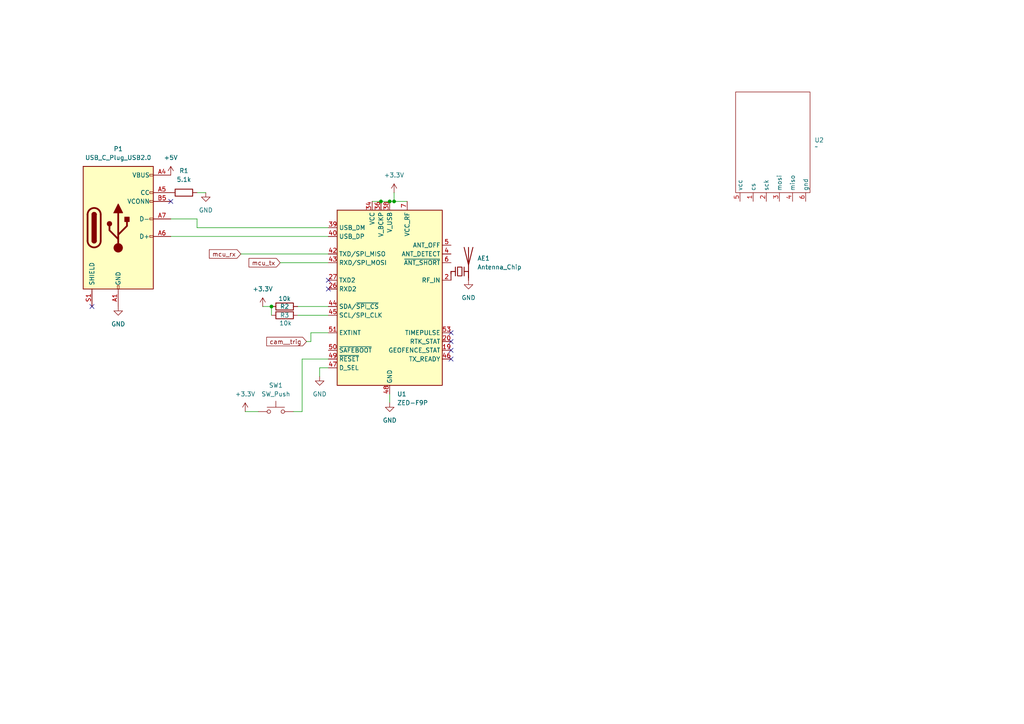
<source format=kicad_sch>
(kicad_sch (version 20250114) (generator "eeschema") (generator_version "9.0")
  (paper "A4")
  (lib_symbols
    (symbol "Connector:USB_C_Plug_USB2.0" (pin_names (offset 1.016))
      (property "Reference" "P" (at -10.16 19.05 0))
      (property "Value" "USB_C_Plug_USB2.0" (at 12.7 19.05 0))
      (symbol "USB_C_Plug_USB2.0_0_0"
        (rectangle (start -0.254 -17.78) (end 0.254 -16.764))
        (rectangle (start 10.16 15.494) (end 9.144 14.986))
        (rectangle (start 10.16 10.414) (end 9.144 9.906))
        (rectangle (start 10.16 7.874) (end 9.144 7.366))
        (rectangle (start 10.16 2.794) (end 9.144 2.286))
        (rectangle (start 10.16 -2.286) (end 9.144 -2.794))
      )
      (symbol "USB_C_Plug_USB2.0_0_1"
        (rectangle (start -10.16 17.78) (end 10.16 -17.78) (stroke (width 0.254)) (fill (type background)))
        (polyline (pts (xy -8.89 -3.81) (xy -8.89 3.81)) (stroke (width 0.508)))
        (rectangle (start -7.62 -3.81) (end -6.35 3.81) (stroke (width 0.254)) (fill (type outline)))
        (arc (start -7.62 3.81) (mid -6.985 4.4423) (end -6.35 3.81) (stroke (width 0.254)))
        (arc (start -7.62 3.81) (mid -6.985 4.4423) (end -6.35 3.81) (stroke (width 0.254)) (fill (type outline)))
        (arc (start -8.89 3.81) (mid -6.985 5.7067) (end -5.08 3.81) (stroke (width 0.508)))
        (arc (start -5.08 -3.81) (mid -6.985 -5.7067) (end -8.89 -3.81) (stroke (width 0.508)))
        (arc (start -6.35 -3.81) (mid -6.985 -4.4423) (end -7.62 -3.81) (stroke (width 0.254)))
        (arc (start -6.35 -3.81) (mid -6.985 -4.4423) (end -7.62 -3.81) (stroke (width 0.254)) (fill (type outline)))
        (polyline (pts (xy -5.08 3.81) (xy -5.08 -3.81)) (stroke (width 0.508)))
        (circle (center -2.54 1.143) (radius 0.635) (stroke (width 0.254)) (fill (type outline)))
        (polyline (pts (xy -1.27 4.318) (xy 0 6.858) (xy 1.27 4.318) (xy -1.27 4.318)) (stroke (width 0.254)) (fill (type outline)))
        (polyline (pts (xy 0 -2.032) (xy 2.54 0.508) (xy 2.54 1.778)) (stroke (width 0.508)))
        (polyline (pts (xy 0 -3.302) (xy -2.54 -0.762) (xy -2.54 0.508)) (stroke (width 0.508)))
        (polyline (pts (xy 0 -5.842) (xy 0 4.318)) (stroke (width 0.508)))
        (circle (center 0 -5.842) (radius 1.27) (fill (type outline)))
        (rectangle (start 1.905 1.778) (end 3.175 3.048) (stroke (width 0.254)) (fill (type outline)))
      )
      (symbol "USB_C_Plug_USB2.0_1_1"
        (pin passive line (at -7.62 -22.86 90) (length 5.08) (name "SHIELD") (number "S1"))
        (pin passive line (at 0 -22.86 90) (length 5.08) (name "GND") (number "A1"))
        (pin passive line (at 0 -22.86 90) (length 5.08) (hide yes) (name "GND") (number "A12"))
        (pin passive line (at 0 -22.86 90) (length 5.08) (hide yes) (name "GND") (number "B1"))
        (pin passive line (at 0 -22.86 90) (length 5.08) (hide yes) (name "GND") (number "B12"))
        (pin passive line (at 15.24 15.24 180) (length 5.08) (name "VBUS") (number "A4"))
        (pin passive line (at 15.24 15.24 180) (length 5.08) (hide yes) (name "VBUS") (number "A9"))
        (pin passive line (at 15.24 15.24 180) (length 5.08) (hide yes) (name "VBUS") (number "B4"))
        (pin passive line (at 15.24 15.24 180) (length 5.08) (hide yes) (name "VBUS") (number "B9"))
        (pin bidirectional line (at 15.24 10.16 180) (length 5.08) (name "CC") (number "A5"))
        (pin bidirectional line (at 15.24 7.62 180) (length 5.08) (name "VCONN") (number "B5"))
        (pin bidirectional line (at 15.24 2.54 180) (length 5.08) (name "D-") (number "A7"))
        (pin bidirectional line (at 15.24 -2.54 180) (length 5.08) (name "D+") (number "A6"))
      )
    )
    (symbol "Device:Antenna_Chip" (pin_numbers (hide yes)) (pin_names (offset 1.016) (hide yes))
      (property "Reference" "AE" (at 0 5.08 0))
      (property "Value" "Antenna_Chip" (at 0 3.175 0))
      (symbol "Antenna_Chip_0_1"
        (polyline (pts (xy -2.54 0) (xy -2.54 -0.635)) (stroke (width 0.254)))
        (polyline (pts (xy -2.54 0) (xy -1.27 0)) (stroke (width 0.254)))
        (polyline (pts (xy -1.27 1.27) (xy -1.27 -1.27) (xy -1.27 0)) (stroke (width 0.254)))
        (polyline (pts (xy -0.635 1.27) (xy 0.635 1.27) (xy 0.635 -1.27) (xy -0.635 -1.27) (xy -0.635 1.27)) (stroke (width 0.254)))
        (polyline (pts (xy 1.27 1.27) (xy 1.27 -1.27)) (stroke (width 0.254)))
        (polyline (pts (xy 1.27 0) (xy 2.54 0)) (stroke (width 0.254)))
        (polyline (pts (xy 2.54 6.985) (xy 2.54 -1.905)) (stroke (width 0.254)))
        (polyline (pts (xy 2.54 -0.635) (xy 2.54 0)))
        (polyline (pts (xy 3.81 6.985) (xy 2.54 1.905) (xy 1.27 6.985)) (stroke (width 0.254)))
      )
      (symbol "Antenna_Chip_1_1"
        (pin input line (at -2.54 -2.54 90) (length 2.54) (name "FEED") (number "1"))
        (pin passive line (at 2.54 -2.54 90) (length 2.54) (name "PCB_Trace") (number "2"))
      )
    )
    (symbol "Device:R" (pin_numbers (hide yes)) (pin_names (offset 0))
      (property "Reference" "R" (at 2.032 0 90))
      (property "Value" "R" (at 0 0 90))
      (symbol "R_0_1"
        (rectangle (start -1.016 -2.54) (end 1.016 2.54) (stroke (width 0.254)))
      )
      (symbol "R_1_1"
        (pin passive line (at 0 3.81 270) (length 1.27) (name "~") (number "1"))
        (pin passive line (at 0 -3.81 90) (length 1.27) (name "~") (number "2"))
      )
    )
    (symbol "RF_GPS:ZED-F9P"
      (property "Reference" "U" (at -13.97 26.67 0))
      (property "Value" "ZED-F9P" (at 11.43 26.67 0))
      (symbol "ZED-F9P_0_1"
        (rectangle (start -15.24 25.4) (end 15.24 -25.4) (stroke (width 0.254)) (fill (type background)))
      )
      (symbol "ZED-F9P_1_1"
        (pin bidirectional line (at -17.78 20.32 0) (length 2.54) (name "USB_DM") (number "39"))
        (pin bidirectional line (at -17.78 17.78 0) (length 2.54) (name "USB_DP") (number "40"))
        (pin output line (at -17.78 12.7 0) (length 2.54) (name "TXD/SPI_MISO") (number "42"))
        (pin input line (at -17.78 10.16 0) (length 2.54) (name "RXD/SPI_MOSI") (number "43"))
        (pin output line (at -17.78 5.08 0) (length 2.54) (name "TXD2") (number "27"))
        (pin input line (at -17.78 2.54 0) (length 2.54) (name "RXD2") (number "26"))
        (pin bidirectional line (at -17.78 -2.54 0) (length 2.54) (name "SDA/~{SPI_CS}") (number "44"))
        (pin bidirectional line (at -17.78 -5.08 0) (length 2.54) (name "SCL/SPI_CLK") (number "45"))
        (pin input line (at -17.78 -10.16 0) (length 2.54) (name "EXTINT") (number "51"))
        (pin input line (at -17.78 -15.24 0) (length 2.54) (name "~{SAFEBOOT}") (number "50"))
        (pin input line (at -17.78 -17.78 0) (length 2.54) (name "~{RESET}") (number "49"))
        (pin input line (at -17.78 -20.32 0) (length 2.54) (name "D_SEL") (number "47"))
        (pin no_connect line (at -15.24 22.86 0) (length 2.54) (hide yes) (name "Reserved") (number "8"))
        (pin no_connect line (at -15.24 15.24 0) (length 2.54) (hide yes) (name "Reserved") (number "9"))
        (pin no_connect line (at -15.24 7.62 0) (length 2.54) (hide yes) (name "Reserved") (number "10"))
        (pin no_connect line (at -15.24 0 0) (length 2.54) (hide yes) (name "Reserved") (number "11"))
        (pin no_connect line (at -15.24 -7.62 0) (length 2.54) (hide yes) (name "Reserved") (number "13"))
        (pin no_connect line (at -15.24 -12.7 0) (length 2.54) (hide yes) (name "Reserved") (number "15"))
        (pin no_connect line (at -7.62 -25.4 90) (length 2.54) (hide yes) (name "Reserved") (number "16"))
        (pin passive line (at -5.08 27.94 270) (length 2.54) (hide yes) (name "VCC") (number "33"))
        (pin power_in line (at -5.08 27.94 270) (length 2.54) (name "VCC") (number "34"))
        (pin no_connect line (at -5.08 -25.4 90) (length 2.54) (hide yes) (name "Reserved") (number "17"))
        (pin power_in line (at -2.54 27.94 270) (length 2.54) (name "V_BCKP") (number "36"))
        (pin no_connect line (at -2.54 -25.4 90) (length 2.54) (hide yes) (name "Reserved") (number "18"))
        (pin power_in line (at 0 27.94 270) (length 2.54) (name "V_USB") (number "38"))
        (pin passive line (at 0 -27.94 90) (length 2.54) (hide yes) (name "GND") (number "1"))
        (pin passive line (at 0 -27.94 90) (length 2.54) (hide yes) (name "GND") (number "12"))
        (pin passive line (at 0 -27.94 90) (length 2.54) (hide yes) (name "GND") (number "14"))
        (pin passive line (at 0 -27.94 90) (length 2.54) (hide yes) (name "GND") (number "3"))
        (pin passive line (at 0 -27.94 90) (length 2.54) (hide yes) (name "GND") (number "32"))
        (pin passive line (at 0 -27.94 90) (length 2.54) (hide yes) (name "GND") (number "37"))
        (pin passive line (at 0 -27.94 90) (length 2.54) (hide yes) (name "GND") (number "41"))
        (pin power_in line (at 0 -27.94 90) (length 2.54) (name "GND") (number "48"))
        (pin passive line (at 0 -27.94 90) (length 2.54) (hide yes) (name "GND") (number "55"))
        (pin no_connect line (at 2.54 -25.4 90) (length 2.54) (hide yes) (name "Reserved") (number "21"))
        (pin power_out line (at 5.08 27.94 270) (length 2.54) (name "VCC_RF") (number "7"))
        (pin no_connect line (at 5.08 -25.4 90) (length 2.54) (hide yes) (name "Reserved") (number "22"))
        (pin no_connect line (at 7.62 -25.4 90) (length 2.54) (hide yes) (name "Reserved") (number "23"))
        (pin no_connect line (at 15.24 22.86 180) (length 2.54) (hide yes) (name "Reserved") (number "54"))
        (pin no_connect line (at 15.24 20.32 180) (length 2.54) (hide yes) (name "Reserved") (number "52"))
        (pin no_connect line (at 15.24 17.78 180) (length 2.54) (hide yes) (name "Reserved") (number "35"))
        (pin no_connect line (at 15.24 7.62 180) (length 2.54) (hide yes) (name "Reserved") (number "31"))
        (pin no_connect line (at 15.24 2.54 180) (length 2.54) (hide yes) (name "Reserved") (number "30"))
        (pin no_connect line (at 15.24 0 180) (length 2.54) (hide yes) (name "Reserved") (number "29"))
        (pin no_connect line (at 15.24 -2.54 180) (length 2.54) (hide yes) (name "Reserved") (number "28"))
        (pin no_connect line (at 15.24 -5.08 180) (length 2.54) (hide yes) (name "Reserved") (number "25"))
        (pin no_connect line (at 15.24 -7.62 180) (length 2.54) (hide yes) (name "Reserved") (number "24"))
        (pin output line (at 17.78 15.24 180) (length 2.54) (name "ANT_OFF") (number "5"))
        (pin input line (at 17.78 12.7 180) (length 2.54) (name "ANT_DETECT") (number "4"))
        (pin input line (at 17.78 10.16 180) (length 2.54) (name "~{ANT_SHORT}") (number "6"))
        (pin input line (at 17.78 5.08 180) (length 2.54) (name "RF_IN") (number "2"))
        (pin output line (at 17.78 -10.16 180) (length 2.54) (name "TIMEPULSE") (number "53"))
        (pin output line (at 17.78 -12.7 180) (length 2.54) (name "RTK_STAT") (number "20"))
        (pin output line (at 17.78 -15.24 180) (length 2.54) (name "GEOFENCE_STAT") (number "19"))
        (pin output line (at 17.78 -17.78 180) (length 2.54) (name "TX_READY") (number "46"))
      )
    )
    (symbol "Switch:SW_Push" (pin_numbers (hide yes)) (pin_names (offset 1.016) (hide yes))
      (property "Reference" "SW" (at 1.27 2.54 0))
      (property "Value" "SW_Push" (at 0 -1.524 0))
      (symbol "SW_Push_0_1"
        (circle (center -2.032 0) (radius 0.508))
        (polyline (pts (xy 0 1.27) (xy 0 3.048)))
        (circle (center 2.032 0) (radius 0.508))
        (polyline (pts (xy 2.54 1.27) (xy -2.54 1.27)))
        (pin passive line (at -5.08 0 0) (length 2.54) (name "1") (number "1"))
        (pin passive line (at 5.08 0 180) (length 2.54) (name "2") (number "2"))
      )
    )
    (symbol "power:+3.3V" (power) (pin_numbers (hide yes)) (pin_names (offset 0) (hide yes))
      (property "Value" "+3.3V" (at 0 3.556 0))
      (symbol "+3.3V_0_1"
        (polyline (pts (xy -0.762 1.27) (xy 0 2.54)))
        (polyline (pts (xy 0 2.54) (xy 0.762 1.27)))
        (polyline (pts (xy 0 0) (xy 0 2.54)))
      )
      (symbol "+3.3V_1_1"
        (pin power_in line (at 0 0 90) (length 0) (name "~") (number "1"))
      )
    )
    (symbol "power:+5V" (power) (pin_numbers (hide yes)) (pin_names (offset 0) (hide yes))
      (property "Value" "+5V" (at 0 3.556 0))
      (symbol "+5V_0_1"
        (polyline (pts (xy -0.762 1.27) (xy 0 2.54)))
        (polyline (pts (xy 0 2.54) (xy 0.762 1.27)))
        (polyline (pts (xy 0 0) (xy 0 2.54)))
      )
      (symbol "+5V_1_1"
        (pin power_in line (at 0 0 90) (length 0) (name "~") (number "1"))
      )
    )
    (symbol "power:GND" (power) (pin_numbers (hide yes)) (pin_names (offset 0) (hide yes))
      (property "Value" "GND" (at 0 -3.81 0))
      (symbol "GND_0_1"
        (polyline (pts (xy 0 0) (xy 0 -1.27) (xy 1.27 -1.27) (xy 0 -2.54) (xy -1.27 -1.27) (xy 0 -1.27)))
      )
      (symbol "GND_1_1"
        (pin power_in line (at 0 0 270) (length 0) (name "~") (number "1"))
      )
    )
    (symbol "sdcardmod:sdcardmodule"
      (property "Reference" "U" (at 0 0 0))
      (symbol "sdcardmodule_0_1"
        (rectangle (start -8.89 -1.27) (end 12.7 27.94))
      )
      (symbol "sdcardmodule_1_1"
        (pin power_in line (at -7.62 -3.81 90) (length 2.54) (name "vcc") (number "5"))
        (pin input line (at -3.81 -3.81 90) (length 2.54) (name "cs") (number "1"))
        (pin input line (at 0 -3.81 90) (length 2.54) (name "sck") (number "2"))
        (pin input line (at 3.81 -3.81 90) (length 2.54) (name "mosi") (number "3"))
        (pin output line (at 7.62 -3.81 90) (length 2.54) (name "miso") (number "4"))
        (pin power_in line (at 11.43 -3.81 90) (length 2.54) (name "gnd") (number "6"))
      )
    )
  )
  (junction (at 78.74 88.9))
  (junction (at 114.3 58.42))
  (junction (at 113.03 58.42))
  (junction (at 110.49 58.42))
  (no_connect (at 130.81 101.6))
  (no_connect (at 130.81 96.52))
  (no_connect (at 95.25 81.28))
  (no_connect (at 49.53 58.42))
  (no_connect (at 130.81 104.14))
  (no_connect (at 130.81 99.06))
  (no_connect (at 95.25 83.82))
  (no_connect (at 26.67 88.9))
  (wire (pts (xy 114.3 58.42) (xy 118.11 58.42)))
  (wire (pts (xy 76.2 88.9) (xy 78.74 88.9)))
  (wire (pts (xy 95.25 91.44) (xy 86.36 91.44)))
  (wire (pts (xy 78.74 88.9) (xy 78.74 91.44)))
  (wire (pts (xy 57.15 66.04) (xy 95.25 66.04)))
  (wire (pts (xy 88.9 99.06) (xy 90.17 99.06)))
  (wire (pts (xy 92.71 109.22) (xy 92.71 106.68)))
  (wire (pts (xy 114.3 55.88) (xy 114.3 58.42)))
  (wire (pts (xy 95.25 76.2) (xy 81.28 76.2)))
  (wire (pts (xy 95.25 88.9) (xy 86.36 88.9)))
  (wire (pts (xy 113.03 58.42) (xy 114.3 58.42)))
  (wire (pts (xy 92.71 106.68) (xy 95.25 106.68)))
  (wire (pts (xy 110.49 58.42) (xy 113.03 58.42)))
  (wire (pts (xy 85.09 119.38) (xy 87.63 119.38)))
  (wire (pts (xy 113.03 114.3) (xy 113.03 116.84)))
  (wire (pts (xy 107.95 58.42) (xy 110.49 58.42)))
  (wire (pts (xy 95.25 73.66) (xy 69.85 73.66)))
  (wire (pts (xy 59.69 55.88) (xy 57.15 55.88)))
  (wire (pts (xy 87.63 104.14) (xy 95.25 104.14)))
  (wire (pts (xy 87.63 119.38) (xy 87.63 104.14)))
  (wire (pts (xy 90.17 96.52) (xy 95.25 96.52)))
  (wire (pts (xy 49.53 68.58) (xy 95.25 68.58)))
  (wire (pts (xy 49.53 63.5) (xy 57.15 63.5)))
  (wire (pts (xy 57.15 63.5) (xy 57.15 66.04)))
  (wire (pts (xy 90.17 99.06) (xy 90.17 96.52)))
  (wire (pts (xy 74.93 119.38) (xy 71.12 119.38)))
  (global_label "cam__trig" (shape input) (at 88.9 99.06 180) (property "Intersheetrefs" "${INTERSHEET_REFS}" (effects (hide yes))))
  (global_label "mcu_rx" (shape input) (at 69.85 73.66 180) (property "Intersheetrefs" "${INTERSHEET_REFS}" (effects (hide yes))))
  (global_label "mcu_tx" (shape input) (at 81.28 76.2 180) (property "Intersheetrefs" "${INTERSHEET_REFS}" (effects (hide yes))))
  (symbol (lib_id "Device:Antenna_Chip") (at 133.35 78.74 0) (unit 1)
    (property "Reference" "AE1" (at 138.43 74.9299 0) (effects (justify left)))
    (property "Value" "Antenna_Chip" (at 138.43 77.4699 0) (effects (justify left)))
    (property "Description" "Ceramic chip antenna with pin for PCB trace" (effects (hide yes)))
  )
  (symbol (lib_id "power:+3.3V") (at 71.12 119.38 0) (unit 1)
    (property "Reference" "#PWR03" (effects (hide yes)))
    (property "Value" "+3.3V" (at 71.12 114.3 0))
    (property "Description" "Power symbol creates a global label with name \"+3.3V\"" (effects (hide yes)))
  )
  (symbol (lib_id "power:+3.3V") (at 114.3 55.88 0) (unit 1)
    (property "Reference" "#PWR02" (effects (hide yes)))
    (property "Value" "+3.3V" (at 114.3 50.8 0))
    (property "Description" "Power symbol creates a global label with name \"+3.3V\"" (effects (hide yes)))
  )
  (symbol (lib_id "power:+3.3V") (at 76.2 88.9 0) (unit 1)
    (property "Reference" "#PWR09" (effects (hide yes)))
    (property "Value" "+3.3V" (at 76.2 83.82 0))
    (property "Description" "Power symbol creates a global label with name \"+3.3V\"" (effects (hide yes)))
  )
  (symbol (lib_id "power:GND") (at 135.89 81.28 0) (unit 1)
    (property "Reference" "#PWR04" (effects (hide yes)))
    (property "Value" "GND" (at 135.89 86.36 0))
    (property "Description" "Power symbol creates a global label with name \"GND\" , ground" (effects (hide yes)))
  )
  (symbol (lib_id "Switch:SW_Push") (at 80.01 119.38 0) (unit 1)
    (property "Reference" "SW1" (at 80.01 111.76 0))
    (property "Value" "SW_Push" (at 80.01 114.3 0))
    (property "Description" "Push button switch, generic, two pins" (effects (hide yes)))
  )
  (symbol (lib_id "power:GND") (at 59.69 55.88 0) (unit 1)
    (property "Reference" "#PWR08" (effects (hide yes)))
    (property "Value" "GND" (at 59.69 60.96 0))
    (property "Description" "Power symbol creates a global label with name \"GND\" , ground" (effects (hide yes)))
  )
  (symbol (lib_id "power:GND") (at 34.29 88.9 0) (unit 1)
    (property "Reference" "#PWR06" (effects (hide yes)))
    (property "Value" "GND" (at 34.29 93.98 0))
    (property "Description" "Power symbol creates a global label with name \"GND\" , ground" (effects (hide yes)))
  )
  (symbol (lib_id "power:+5V") (at 49.53 50.8 0) (unit 1)
    (property "Reference" "#PWR07" (effects (hide yes)))
    (property "Value" "+5V" (at 49.53 45.72 0))
    (property "Description" "Power symbol creates a global label with name \"+5V\"" (effects (hide yes)))
  )
  (symbol (lib_id "power:GND") (at 113.03 116.84 0) (unit 1)
    (property "Reference" "#PWR01" (effects (hide yes)))
    (property "Value" "GND" (at 113.03 121.92 0))
    (property "Description" "Power symbol creates a global label with name \"GND\" , ground" (effects (hide yes)))
  )
  (symbol (lib_id "Device:R") (at 53.34 55.88 90) (unit 1)
    (property "Reference" "R1" (at 53.34 49.53 90))
    (property "Value" "5.1k" (at 53.34 52.07 90))
    (property "Description" "Resistor" (effects (hide yes)))
  )
  (symbol (lib_id "Device:R") (at 82.55 91.44 90) (unit 1)
    (property "Reference" "R3" (at 82.55 91.44 90))
    (property "Value" "10k" (at 82.804 93.726 90))
    (property "Description" "Resistor" (effects (hide yes)))
  )
  (symbol (lib_id "power:GND") (at 92.71 109.22 0) (unit 1)
    (property "Reference" "#PWR05" (effects (hide yes)))
    (property "Value" "GND" (at 92.71 114.3 0))
    (property "Description" "Power symbol creates a global label with name \"GND\" , ground" (effects (hide yes)))
  )
  (symbol (lib_id "sdcardmod:sdcardmodule") (at 222.25 54.61 0) (unit 1)
    (property "Reference" "U2" (at 236.22 40.6399 0) (effects (justify left)))
    (property "Value" "~" (at 236.22 42.545 0) (effects (justify left)))
  )
  (symbol (lib_id "Connector:USB_C_Plug_USB2.0") (at 34.29 66.04 0) (unit 1)
    (property "Reference" "P1" (at 34.29 43.18 0))
    (property "Value" "USB_C_Plug_USB2.0" (at 34.29 45.72 0))
    (property "Datasheet" "https://www.usb.org/sites/default/files/documents/usb_type-c.zip" (effects (hide yes)))
    (property "Description" "USB 2.0-only Type-C Plug connector" (effects (hide yes)))
  )
  (symbol (lib_id "Device:R") (at 82.55 88.9 90) (unit 1)
    (property "Reference" "R2" (at 82.55 88.9 90))
    (property "Value" "10k" (at 82.55 86.614 90))
    (property "Description" "Resistor" (effects (hide yes)))
  )
  (symbol (lib_id "RF_GPS:ZED-F9P") (at 113.03 86.36 0) (unit 1)
    (property "Reference" "U1" (at 115.1733 114.3 0) (effects (justify left)))
    (property "Value" "ZED-F9P" (at 115.1733 116.84 0) (effects (justify left)))
    (property "Footprint" "RF_GPS:ublox_ZED" (effects (hide yes)))
    (property "Datasheet" "https://content.u-blox.com/sites/default/files/ZED-F9P-04B_DataSheet_UBX-21044850.pdf" (effects (hide yes)))
    (property "Description" "GNSS Module ZED F9, VCC 2.7V to 3.6V, LGA-54" (effects (hide yes)))
  )
)
</source>
